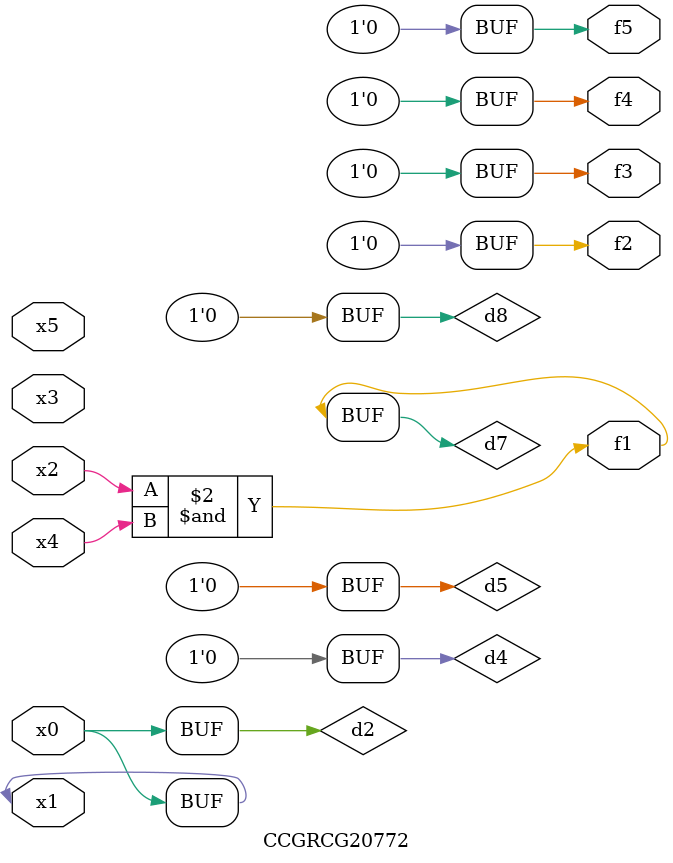
<source format=v>
module CCGRCG20772(
	input x0, x1, x2, x3, x4, x5,
	output f1, f2, f3, f4, f5
);

	wire d1, d2, d3, d4, d5, d6, d7, d8, d9;

	nand (d1, x1);
	buf (d2, x0, x1);
	nand (d3, x2, x4);
	and (d4, d1, d2);
	and (d5, d1, d2);
	nand (d6, d1, d3);
	not (d7, d3);
	xor (d8, d5);
	nor (d9, d5, d6);
	assign f1 = d7;
	assign f2 = d8;
	assign f3 = d8;
	assign f4 = d8;
	assign f5 = d8;
endmodule

</source>
